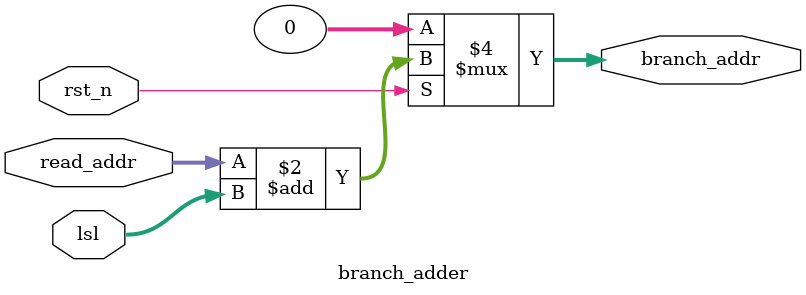
<source format=v>
`timescale 1ns / 1ps


module branch_adder(
    input wire rst_n,
    input wire [31:0] read_addr, //address from pc
    input wire [31:0] lsl, // immgen instruction shifted left by 2
    output reg [31:0] branch_addr
    );
    
always @(*) begin
    if (rst_n) begin
        branch_addr = read_addr + lsl;
    end
    else begin
        branch_addr = 32'b0;
    
    end
end
endmodule

</source>
